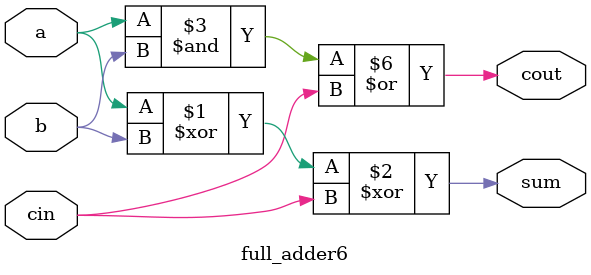
<source format=v>
module full_adder6(a,b,cin,sum,cout);
input a,b,cin;
output sum,cout;
assign sum = a^b^cin;
assign cout = a&b|cin&(1'b1|b); 
// initial begin
//     $display("The incorrect adder with or0 having in1/1");
// end   
endmodule
</source>
